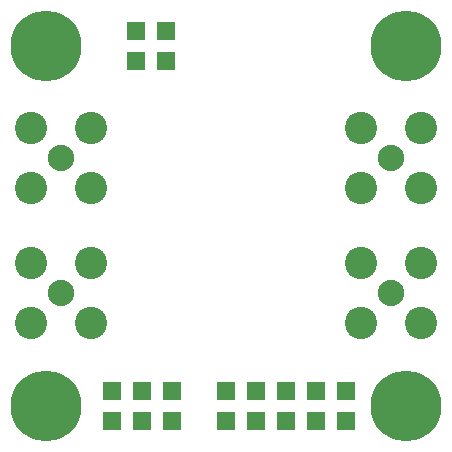
<source format=gbr>
%TF.GenerationSoftware,KiCad,Pcbnew,(5.99.0-6526-g442f40fa66)*%
%TF.CreationDate,2020-10-31T18:39:34+01:00*%
%TF.ProjectId,RFSWITCH01A,52465357-4954-4434-9830-31412e6b6963,rev?*%
%TF.SameCoordinates,Original*%
%TF.FileFunction,Soldermask,Top*%
%TF.FilePolarity,Negative*%
%FSLAX46Y46*%
G04 Gerber Fmt 4.6, Leading zero omitted, Abs format (unit mm)*
G04 Created by KiCad (PCBNEW (5.99.0-6526-g442f40fa66)) date 2020-10-31 18:39:34*
%MOMM*%
%LPD*%
G01*
G04 APERTURE LIST*
%ADD10R,1.524000X1.524000*%
%ADD11C,2.240000*%
%ADD12C,2.740000*%
%ADD13C,6.000000*%
G04 APERTURE END LIST*
D10*
%TO.C,J5*%
X20320000Y3810000D03*
X20320000Y6350000D03*
%TD*%
%TO.C,J8*%
X27940000Y3810000D03*
X27940000Y6350000D03*
%TD*%
%TO.C,J7*%
X30480000Y3810000D03*
X30480000Y6350000D03*
%TD*%
%TO.C,J11*%
X15240000Y34290000D03*
X15240000Y36830000D03*
%TD*%
D11*
%TO.C,J10*%
X34290000Y14605000D03*
D12*
X36830000Y17145000D03*
X31750000Y12065000D03*
X36830000Y12065000D03*
X31750000Y17145000D03*
%TD*%
D13*
%TO.C,M3*%
X5080000Y35560000D03*
%TD*%
D10*
%TO.C,J12*%
X25400000Y3810000D03*
X25400000Y6350000D03*
%TD*%
%TO.C,J1*%
X10668000Y3810000D03*
X10668000Y6350000D03*
X13208000Y3810000D03*
X13208000Y6350000D03*
X15748000Y3810000D03*
X15748000Y6350000D03*
%TD*%
D13*
%TO.C,M4*%
X35560000Y5080000D03*
%TD*%
D10*
%TO.C,J6*%
X22860000Y3810000D03*
X22860000Y6350000D03*
%TD*%
D11*
%TO.C,J3*%
X6350000Y26035000D03*
D12*
X3810000Y23495000D03*
X8890000Y23495000D03*
X3810000Y28575000D03*
X8890000Y28575000D03*
%TD*%
D10*
%TO.C,J2*%
X12700000Y34290000D03*
X12700000Y36830000D03*
%TD*%
D13*
%TO.C,M1*%
X35560000Y35560000D03*
%TD*%
D11*
%TO.C,J9*%
X34290000Y26035000D03*
D12*
X36830000Y28575000D03*
X36830000Y23495000D03*
X31750000Y23495000D03*
X31750000Y28575000D03*
%TD*%
D11*
%TO.C,J4*%
X6350000Y14605000D03*
D12*
X3810000Y17145000D03*
X3810000Y12065000D03*
X8890000Y17145000D03*
X8890000Y12065000D03*
%TD*%
D13*
%TO.C,M2*%
X5080000Y5080000D03*
%TD*%
M02*

</source>
